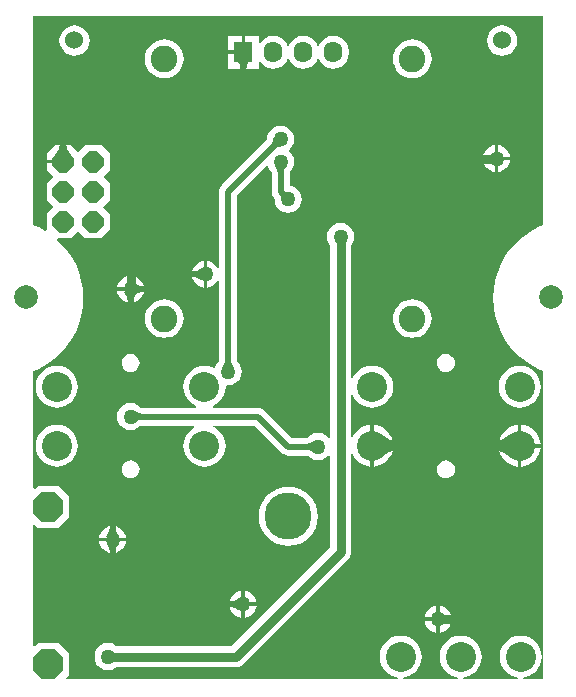
<source format=gbl>
%FSLAX23Y23*%
%MOIN*%
G70*
G01*
G75*
G04 Layer_Physical_Order=2*
G04 Layer_Color=16711680*
%ADD10C,0.030*%
%ADD11C,0.020*%
%ADD12C,0.012*%
%ADD13C,0.010*%
%ADD14R,0.024X0.047*%
%ADD15R,0.039X0.051*%
%ADD16R,0.110X0.115*%
%ADD17R,0.098X0.091*%
%ADD18R,0.060X0.074*%
%ADD19R,0.080X0.080*%
%ADD20R,0.074X0.060*%
%ADD21R,0.051X0.039*%
%ADD22O,0.053X0.022*%
%ADD23O,0.022X0.053*%
%ADD24R,0.022X0.053*%
%ADD25R,0.026X0.079*%
%ADD26R,0.106X0.033*%
%ADD27R,0.110X0.070*%
%ADD28R,0.050X0.050*%
%ADD29R,0.050X0.050*%
%ADD30R,0.100X0.060*%
%ADD31C,0.015*%
%ADD32C,0.008*%
%ADD33C,0.157*%
%ADD34C,0.100*%
%ADD35P,0.108X8X112.5*%
%ADD36C,0.060*%
%ADD37C,0.089*%
%ADD38P,0.076X8X202.5*%
%ADD39R,0.062X0.070*%
%ADD40O,0.062X0.070*%
%ADD41C,0.079*%
%ADD42C,0.050*%
G36*
X1726Y1539D02*
X1707Y1531D01*
X1682Y1517D01*
X1658Y1500D01*
X1636Y1480D01*
X1616Y1458D01*
X1599Y1434D01*
X1585Y1409D01*
X1574Y1382D01*
X1566Y1353D01*
X1561Y1325D01*
X1559Y1295D01*
X1561Y1266D01*
X1566Y1237D01*
X1574Y1209D01*
X1585Y1182D01*
X1599Y1156D01*
X1616Y1132D01*
X1636Y1110D01*
X1658Y1091D01*
X1682Y1074D01*
X1707Y1060D01*
X1726Y1052D01*
Y25D01*
X1659D01*
X1658Y30D01*
X1664Y31D01*
X1677Y35D01*
X1689Y42D01*
X1700Y50D01*
X1708Y61D01*
X1715Y73D01*
X1719Y86D01*
X1720Y100D01*
X1719Y114D01*
X1715Y127D01*
X1708Y139D01*
X1700Y150D01*
X1689Y158D01*
X1677Y165D01*
X1664Y169D01*
X1650Y170D01*
X1636Y169D01*
X1623Y165D01*
X1611Y158D01*
X1600Y150D01*
X1592Y139D01*
X1585Y127D01*
X1581Y114D01*
X1580Y100D01*
X1581Y86D01*
X1585Y73D01*
X1592Y61D01*
X1600Y50D01*
X1611Y42D01*
X1623Y35D01*
X1636Y31D01*
X1642Y30D01*
X1641Y25D01*
X1459D01*
X1458Y30D01*
X1464Y31D01*
X1477Y35D01*
X1489Y42D01*
X1500Y50D01*
X1508Y61D01*
X1515Y73D01*
X1519Y86D01*
X1520Y100D01*
X1519Y114D01*
X1515Y127D01*
X1508Y139D01*
X1500Y150D01*
X1489Y158D01*
X1477Y165D01*
X1464Y169D01*
X1450Y170D01*
X1436Y169D01*
X1423Y165D01*
X1411Y158D01*
X1400Y150D01*
X1392Y139D01*
X1385Y127D01*
X1381Y114D01*
X1380Y100D01*
X1381Y86D01*
X1385Y73D01*
X1392Y61D01*
X1400Y50D01*
X1411Y42D01*
X1423Y35D01*
X1436Y31D01*
X1442Y30D01*
X1441Y25D01*
X1259D01*
X1258Y30D01*
X1264Y31D01*
X1277Y35D01*
X1289Y42D01*
X1300Y50D01*
X1308Y61D01*
X1315Y73D01*
X1319Y86D01*
X1320Y100D01*
X1319Y114D01*
X1315Y127D01*
X1308Y139D01*
X1300Y150D01*
X1289Y158D01*
X1277Y165D01*
X1264Y169D01*
X1250Y170D01*
X1236Y169D01*
X1223Y165D01*
X1211Y158D01*
X1200Y150D01*
X1192Y139D01*
X1185Y127D01*
X1181Y114D01*
X1180Y100D01*
X1181Y86D01*
X1185Y73D01*
X1192Y61D01*
X1200Y50D01*
X1211Y42D01*
X1223Y35D01*
X1236Y31D01*
X1242Y30D01*
X1241Y25D01*
X137D01*
X135Y30D01*
X145Y40D01*
Y110D01*
X110Y145D01*
X40D01*
X30Y135D01*
X25Y137D01*
Y538D01*
X30Y540D01*
X40Y530D01*
X110D01*
X145Y565D01*
Y635D01*
X110Y670D01*
X40D01*
X30Y660D01*
X25Y662D01*
Y1052D01*
X45Y1060D01*
X70Y1074D01*
X94Y1091D01*
X116Y1110D01*
X136Y1132D01*
X153Y1156D01*
X167Y1182D01*
X178Y1209D01*
X186Y1237D01*
X191Y1266D01*
X193Y1295D01*
X191Y1325D01*
X186Y1353D01*
X178Y1382D01*
X167Y1409D01*
X153Y1434D01*
X136Y1458D01*
X116Y1480D01*
X105Y1490D01*
X107Y1495D01*
X153D01*
X175Y1518D01*
X198Y1495D01*
X252D01*
X280Y1523D01*
Y1577D01*
X257Y1600D01*
X280Y1622D01*
Y1678D01*
X257Y1700D01*
X280Y1722D01*
Y1778D01*
X252Y1805D01*
X198D01*
X175Y1783D01*
X153Y1805D01*
X131D01*
Y1750D01*
X125D01*
Y1744D01*
X70D01*
Y1722D01*
X93Y1700D01*
X70Y1678D01*
Y1622D01*
X93Y1600D01*
X70Y1577D01*
Y1523D01*
X70Y1523D01*
X70D01*
X66Y1519D01*
X45Y1531D01*
X25Y1539D01*
Y2234D01*
X1726D01*
Y1539D01*
D02*
G37*
%LPC*%
G36*
X104Y873D02*
X91Y872D01*
X77Y868D01*
X65Y862D01*
X55Y853D01*
X46Y842D01*
X39Y830D01*
X35Y817D01*
X34Y803D01*
X35Y789D01*
X39Y776D01*
X46Y764D01*
X55Y753D01*
X65Y745D01*
X77Y738D01*
X91Y734D01*
X104Y733D01*
X118Y734D01*
X131Y738D01*
X143Y745D01*
X154Y753D01*
X163Y764D01*
X169Y776D01*
X173Y789D01*
X175Y803D01*
X173Y817D01*
X169Y830D01*
X163Y842D01*
X154Y853D01*
X143Y862D01*
X131Y868D01*
X118Y872D01*
X104Y873D01*
D02*
G37*
G36*
X1641Y797D02*
X1577D01*
X1578Y789D01*
X1582Y776D01*
X1588Y764D01*
X1597Y753D01*
X1608Y745D01*
X1620Y738D01*
X1633Y734D01*
X1641Y733D01*
Y797D01*
D02*
G37*
G36*
X350Y755D02*
X343Y753D01*
X335Y750D01*
X329Y746D01*
X324Y739D01*
X321Y732D01*
X320Y724D01*
X321Y717D01*
X324Y709D01*
X329Y703D01*
X335Y698D01*
X343Y695D01*
X350Y694D01*
X358Y695D01*
X365Y698D01*
X372Y703D01*
X376Y709D01*
X379Y717D01*
X380Y724D01*
X379Y732D01*
X376Y739D01*
X372Y746D01*
X365Y750D01*
X358Y753D01*
X350Y755D01*
D02*
G37*
G36*
X296Y535D02*
Y496D01*
X335D01*
X334Y502D01*
X329Y513D01*
X322Y522D01*
X313Y529D01*
X302Y534D01*
X296Y535D01*
D02*
G37*
G36*
X1401Y755D02*
X1393Y753D01*
X1386Y750D01*
X1380Y746D01*
X1375Y739D01*
X1372Y732D01*
X1371Y724D01*
X1372Y717D01*
X1375Y709D01*
X1380Y703D01*
X1386Y698D01*
X1393Y695D01*
X1401Y694D01*
X1409Y695D01*
X1416Y698D01*
X1422Y703D01*
X1427Y709D01*
X1430Y717D01*
X1431Y724D01*
X1430Y732D01*
X1427Y739D01*
X1422Y746D01*
X1416Y750D01*
X1409Y753D01*
X1401Y755D01*
D02*
G37*
G36*
X1653Y873D02*
Y809D01*
X1717D01*
X1716Y817D01*
X1712Y830D01*
X1705Y842D01*
X1697Y853D01*
X1686Y862D01*
X1674Y868D01*
X1661Y872D01*
X1653Y873D01*
D02*
G37*
G36*
X1161Y873D02*
Y809D01*
X1224D01*
X1224Y817D01*
X1220Y830D01*
X1213Y842D01*
X1204Y853D01*
X1194Y862D01*
X1182Y868D01*
X1168Y872D01*
X1161Y873D01*
D02*
G37*
G36*
X104Y1070D02*
X91Y1069D01*
X77Y1065D01*
X65Y1058D01*
X55Y1050D01*
X46Y1039D01*
X39Y1027D01*
X35Y1014D01*
X34Y1000D01*
X35Y986D01*
X39Y973D01*
X46Y961D01*
X55Y950D01*
X65Y942D01*
X77Y935D01*
X91Y931D01*
X104Y930D01*
X118Y931D01*
X131Y935D01*
X143Y942D01*
X154Y950D01*
X163Y961D01*
X169Y973D01*
X173Y986D01*
X175Y1000D01*
X173Y1014D01*
X169Y1027D01*
X163Y1039D01*
X154Y1050D01*
X143Y1058D01*
X131Y1065D01*
X118Y1069D01*
X104Y1070D01*
D02*
G37*
G36*
X1717Y797D02*
X1653D01*
Y733D01*
X1661Y734D01*
X1674Y738D01*
X1686Y745D01*
X1697Y753D01*
X1705Y764D01*
X1712Y776D01*
X1716Y789D01*
X1717Y797D01*
D02*
G37*
G36*
X1224Y797D02*
X1161D01*
Y733D01*
X1168Y734D01*
X1182Y738D01*
X1194Y745D01*
X1204Y753D01*
X1213Y764D01*
X1220Y776D01*
X1224Y789D01*
X1224Y797D01*
D02*
G37*
G36*
X1641Y873D02*
X1633Y872D01*
X1620Y868D01*
X1608Y862D01*
X1597Y853D01*
X1588Y842D01*
X1582Y830D01*
X1578Y817D01*
X1577Y809D01*
X1641D01*
Y873D01*
D02*
G37*
G36*
X770Y269D02*
X731D01*
Y230D01*
X737Y231D01*
X748Y236D01*
X757Y243D01*
X764Y252D01*
X769Y263D01*
X770Y269D01*
D02*
G37*
G36*
X1369Y270D02*
X1363Y269D01*
X1352Y264D01*
X1343Y257D01*
X1336Y248D01*
X1331Y237D01*
X1330Y231D01*
X1369D01*
Y270D01*
D02*
G37*
G36*
X1381D02*
Y231D01*
X1420D01*
X1419Y237D01*
X1414Y248D01*
X1407Y257D01*
X1398Y264D01*
X1387Y269D01*
X1381Y270D01*
D02*
G37*
G36*
X1369Y219D02*
X1330D01*
X1331Y213D01*
X1336Y202D01*
X1343Y193D01*
X1352Y186D01*
X1363Y181D01*
X1369Y180D01*
Y219D01*
D02*
G37*
G36*
X1420D02*
X1381D01*
Y180D01*
X1387Y181D01*
X1398Y186D01*
X1407Y193D01*
X1414Y202D01*
X1419Y213D01*
X1420Y219D01*
D02*
G37*
G36*
X719Y269D02*
X680D01*
X681Y263D01*
X686Y252D01*
X693Y243D01*
X702Y236D01*
X713Y231D01*
X719Y230D01*
Y269D01*
D02*
G37*
G36*
X335Y484D02*
X296D01*
Y445D01*
X302Y446D01*
X313Y451D01*
X322Y458D01*
X329Y467D01*
X334Y478D01*
X335Y484D01*
D02*
G37*
G36*
X876Y667D02*
X857Y665D01*
X838Y659D01*
X821Y650D01*
X806Y638D01*
X794Y623D01*
X785Y606D01*
X779Y587D01*
X777Y568D01*
X779Y548D01*
X785Y530D01*
X794Y513D01*
X806Y498D01*
X821Y485D01*
X838Y476D01*
X857Y471D01*
X876Y469D01*
X895Y471D01*
X914Y476D01*
X931Y485D01*
X946Y498D01*
X958Y513D01*
X967Y530D01*
X973Y548D01*
X975Y568D01*
X973Y587D01*
X967Y606D01*
X958Y623D01*
X946Y638D01*
X931Y650D01*
X914Y659D01*
X895Y665D01*
X876Y667D01*
D02*
G37*
G36*
X284Y535D02*
X278Y534D01*
X267Y529D01*
X258Y522D01*
X251Y513D01*
X246Y502D01*
X245Y496D01*
X284D01*
Y535D01*
D02*
G37*
G36*
X719Y320D02*
X713Y319D01*
X702Y314D01*
X693Y307D01*
X686Y298D01*
X681Y287D01*
X680Y281D01*
X719D01*
Y320D01*
D02*
G37*
G36*
X731D02*
Y281D01*
X770D01*
X769Y287D01*
X764Y298D01*
X757Y307D01*
X748Y314D01*
X737Y319D01*
X731Y320D01*
D02*
G37*
G36*
X284Y484D02*
X245D01*
X246Y478D01*
X251Y467D01*
X258Y458D01*
X267Y451D01*
X278Y446D01*
X284Y445D01*
Y484D01*
D02*
G37*
G36*
X1647Y1070D02*
X1633Y1069D01*
X1620Y1065D01*
X1608Y1058D01*
X1597Y1050D01*
X1588Y1039D01*
X1582Y1027D01*
X1578Y1014D01*
X1577Y1000D01*
X1578Y986D01*
X1582Y973D01*
X1588Y961D01*
X1597Y950D01*
X1608Y942D01*
X1620Y935D01*
X1633Y931D01*
X1647Y930D01*
X1661Y931D01*
X1674Y935D01*
X1686Y942D01*
X1697Y950D01*
X1705Y961D01*
X1712Y973D01*
X1716Y986D01*
X1717Y1000D01*
X1716Y1014D01*
X1712Y1027D01*
X1705Y1039D01*
X1697Y1050D01*
X1686Y1058D01*
X1674Y1065D01*
X1661Y1069D01*
X1647Y1070D01*
D02*
G37*
G36*
X1576Y1805D02*
Y1766D01*
X1615D01*
X1614Y1772D01*
X1609Y1783D01*
X1602Y1792D01*
X1593Y1799D01*
X1582Y1804D01*
X1576Y1805D01*
D02*
G37*
G36*
X463Y2158D02*
X450Y2156D01*
X438Y2153D01*
X427Y2147D01*
X417Y2139D01*
X409Y2129D01*
X403Y2118D01*
X399Y2106D01*
X398Y2093D01*
X399Y2080D01*
X403Y2068D01*
X409Y2057D01*
X417Y2047D01*
X427Y2039D01*
X438Y2033D01*
X450Y2030D01*
X463Y2028D01*
X475Y2030D01*
X487Y2033D01*
X498Y2039D01*
X508Y2047D01*
X516Y2057D01*
X522Y2068D01*
X526Y2080D01*
X527Y2093D01*
X526Y2106D01*
X522Y2118D01*
X516Y2129D01*
X508Y2139D01*
X498Y2147D01*
X487Y2153D01*
X475Y2156D01*
X463Y2158D01*
D02*
G37*
G36*
X1564Y1805D02*
X1558Y1804D01*
X1547Y1799D01*
X1538Y1792D01*
X1531Y1783D01*
X1526Y1772D01*
X1525Y1766D01*
X1564D01*
Y1805D01*
D02*
G37*
G36*
X1615Y1754D02*
X1576D01*
Y1715D01*
X1582Y1716D01*
X1593Y1721D01*
X1602Y1728D01*
X1609Y1737D01*
X1614Y1748D01*
X1615Y1754D01*
D02*
G37*
G36*
X119Y1805D02*
X97D01*
X70Y1778D01*
Y1756D01*
X119D01*
Y1805D01*
D02*
G37*
G36*
X1289Y2158D02*
X1277Y2156D01*
X1265Y2153D01*
X1253Y2147D01*
X1244Y2139D01*
X1236Y2129D01*
X1230Y2118D01*
X1226Y2106D01*
X1225Y2093D01*
X1226Y2080D01*
X1230Y2068D01*
X1236Y2057D01*
X1244Y2047D01*
X1253Y2039D01*
X1265Y2033D01*
X1277Y2030D01*
X1289Y2028D01*
X1302Y2030D01*
X1314Y2033D01*
X1325Y2039D01*
X1335Y2047D01*
X1343Y2057D01*
X1349Y2068D01*
X1353Y2080D01*
X1354Y2093D01*
X1353Y2106D01*
X1349Y2118D01*
X1343Y2129D01*
X1335Y2139D01*
X1325Y2147D01*
X1314Y2153D01*
X1302Y2156D01*
X1289Y2158D01*
D02*
G37*
G36*
X720Y2170D02*
X675D01*
Y2121D01*
X720D01*
Y2170D01*
D02*
G37*
G36*
X1026Y2170D02*
X1013Y2168D01*
X1000Y2163D01*
X990Y2155D01*
X981Y2144D01*
X978Y2137D01*
X973D01*
X971Y2144D01*
X962Y2155D01*
X952Y2163D01*
X939Y2168D01*
X926Y2170D01*
X913Y2168D01*
X900Y2163D01*
X890Y2155D01*
X881Y2144D01*
X878Y2137D01*
X873D01*
X871Y2144D01*
X862Y2155D01*
X852Y2163D01*
X839Y2168D01*
X826Y2170D01*
X813Y2168D01*
X800Y2163D01*
X790Y2155D01*
X782Y2145D01*
X777Y2146D01*
Y2170D01*
X732D01*
Y2115D01*
Y2060D01*
X777D01*
Y2083D01*
X782Y2085D01*
X790Y2074D01*
X800Y2066D01*
X813Y2061D01*
X826Y2059D01*
X839Y2061D01*
X852Y2066D01*
X862Y2074D01*
X871Y2085D01*
X873Y2092D01*
X878D01*
X881Y2085D01*
X890Y2074D01*
X900Y2066D01*
X913Y2061D01*
X926Y2059D01*
X939Y2061D01*
X952Y2066D01*
X962Y2074D01*
X971Y2085D01*
X973Y2092D01*
X978D01*
X981Y2085D01*
X990Y2074D01*
X1000Y2066D01*
X1013Y2061D01*
X1026Y2059D01*
X1039Y2061D01*
X1052Y2066D01*
X1062Y2074D01*
X1071Y2085D01*
X1076Y2097D01*
X1077Y2111D01*
Y2119D01*
X1076Y2132D01*
X1071Y2144D01*
X1062Y2155D01*
X1052Y2163D01*
X1039Y2168D01*
X1026Y2170D01*
D02*
G37*
G36*
X1589Y2204D02*
X1576Y2202D01*
X1563Y2197D01*
X1553Y2189D01*
X1545Y2179D01*
X1540Y2167D01*
X1538Y2154D01*
X1540Y2140D01*
X1545Y2128D01*
X1553Y2118D01*
X1563Y2110D01*
X1576Y2105D01*
X1589Y2103D01*
X1602Y2105D01*
X1614Y2110D01*
X1624Y2118D01*
X1632Y2128D01*
X1637Y2140D01*
X1639Y2154D01*
X1637Y2167D01*
X1632Y2179D01*
X1624Y2189D01*
X1614Y2197D01*
X1602Y2202D01*
X1589Y2204D01*
D02*
G37*
G36*
X720Y2109D02*
X675D01*
Y2060D01*
X720D01*
Y2109D01*
D02*
G37*
G36*
X163Y2204D02*
X150Y2202D01*
X138Y2197D01*
X128Y2189D01*
X120Y2179D01*
X115Y2167D01*
X113Y2154D01*
X115Y2140D01*
X120Y2128D01*
X128Y2118D01*
X138Y2110D01*
X150Y2105D01*
X163Y2103D01*
X176Y2105D01*
X189Y2110D01*
X199Y2118D01*
X207Y2128D01*
X212Y2140D01*
X214Y2154D01*
X212Y2167D01*
X207Y2179D01*
X199Y2189D01*
X189Y2197D01*
X176Y2202D01*
X163Y2204D01*
D02*
G37*
G36*
X1564Y1754D02*
X1525D01*
X1526Y1748D01*
X1531Y1737D01*
X1538Y1728D01*
X1547Y1721D01*
X1558Y1716D01*
X1564Y1715D01*
Y1754D01*
D02*
G37*
G36*
X1289Y1292D02*
X1277Y1290D01*
X1265Y1287D01*
X1253Y1281D01*
X1244Y1273D01*
X1236Y1263D01*
X1230Y1252D01*
X1226Y1240D01*
X1225Y1227D01*
X1226Y1214D01*
X1230Y1202D01*
X1236Y1191D01*
X1244Y1181D01*
X1253Y1173D01*
X1265Y1167D01*
X1277Y1164D01*
X1289Y1162D01*
X1302Y1164D01*
X1314Y1167D01*
X1325Y1173D01*
X1335Y1181D01*
X1343Y1191D01*
X1349Y1202D01*
X1353Y1214D01*
X1354Y1227D01*
X1353Y1240D01*
X1349Y1252D01*
X1343Y1263D01*
X1335Y1273D01*
X1325Y1281D01*
X1314Y1287D01*
X1302Y1290D01*
X1289Y1292D01*
D02*
G37*
G36*
X344Y1319D02*
X305D01*
X306Y1313D01*
X311Y1302D01*
X318Y1293D01*
X327Y1286D01*
X338Y1281D01*
X344Y1280D01*
Y1319D01*
D02*
G37*
G36*
X463Y1292D02*
X450Y1290D01*
X438Y1287D01*
X427Y1281D01*
X417Y1273D01*
X409Y1263D01*
X403Y1252D01*
X399Y1240D01*
X398Y1227D01*
X399Y1214D01*
X403Y1202D01*
X409Y1191D01*
X417Y1181D01*
X427Y1173D01*
X438Y1167D01*
X450Y1164D01*
X463Y1162D01*
X475Y1164D01*
X487Y1167D01*
X498Y1173D01*
X508Y1181D01*
X516Y1191D01*
X522Y1202D01*
X526Y1214D01*
X527Y1227D01*
X526Y1240D01*
X522Y1252D01*
X516Y1263D01*
X508Y1273D01*
X498Y1281D01*
X487Y1287D01*
X475Y1290D01*
X463Y1292D01*
D02*
G37*
G36*
X1401Y1109D02*
X1393Y1108D01*
X1386Y1105D01*
X1380Y1100D01*
X1375Y1094D01*
X1372Y1087D01*
X1371Y1079D01*
X1372Y1071D01*
X1375Y1064D01*
X1380Y1057D01*
X1386Y1053D01*
X1393Y1050D01*
X1401Y1049D01*
X1409Y1050D01*
X1416Y1053D01*
X1422Y1057D01*
X1427Y1064D01*
X1430Y1071D01*
X1431Y1079D01*
X1430Y1087D01*
X1427Y1094D01*
X1422Y1100D01*
X1416Y1105D01*
X1409Y1108D01*
X1401Y1109D01*
D02*
G37*
G36*
X350Y1109D02*
X343Y1108D01*
X335Y1105D01*
X329Y1100D01*
X324Y1094D01*
X321Y1087D01*
X320Y1079D01*
X321Y1071D01*
X324Y1064D01*
X329Y1057D01*
X335Y1053D01*
X343Y1050D01*
X350Y1049D01*
X358Y1050D01*
X365Y1053D01*
X372Y1057D01*
X376Y1064D01*
X379Y1071D01*
X380Y1079D01*
X379Y1087D01*
X376Y1094D01*
X372Y1100D01*
X365Y1105D01*
X358Y1108D01*
X350Y1109D01*
D02*
G37*
G36*
X395Y1319D02*
X356D01*
Y1280D01*
X362Y1281D01*
X373Y1286D01*
X382Y1293D01*
X389Y1302D01*
X394Y1313D01*
X395Y1319D01*
D02*
G37*
G36*
X594Y1420D02*
X588Y1419D01*
X577Y1414D01*
X568Y1407D01*
X561Y1398D01*
X556Y1387D01*
X555Y1381D01*
X594D01*
Y1420D01*
D02*
G37*
G36*
X850Y1870D02*
X838Y1869D01*
X827Y1864D01*
X818Y1857D01*
X811Y1848D01*
X806Y1837D01*
X805Y1825D01*
X805Y1824D01*
X803Y1821D01*
X803Y1821D01*
X803Y1821D01*
X654Y1671D01*
X649Y1665D01*
X648Y1663D01*
X646Y1658D01*
X645Y1650D01*
Y1397D01*
X640Y1396D01*
X639Y1398D01*
X632Y1407D01*
X623Y1414D01*
X612Y1419D01*
X606Y1420D01*
Y1375D01*
Y1330D01*
X612Y1331D01*
X623Y1336D01*
X632Y1343D01*
X639Y1352D01*
X640Y1354D01*
X645Y1353D01*
Y1086D01*
X645D01*
X645Y1086D01*
X643Y1082D01*
X643Y1082D01*
X636Y1073D01*
X632Y1064D01*
X628Y1063D01*
X623Y1065D01*
X610Y1069D01*
X596Y1070D01*
X583Y1069D01*
X570Y1065D01*
X557Y1058D01*
X547Y1050D01*
X538Y1039D01*
X531Y1027D01*
X527Y1014D01*
X526Y1000D01*
X527Y986D01*
X531Y973D01*
X538Y961D01*
X547Y950D01*
X557Y942D01*
X569Y935D01*
X568Y931D01*
X568Y930D01*
X386D01*
Y930D01*
X386Y930D01*
X382Y932D01*
X382Y932D01*
X373Y939D01*
X362Y944D01*
X350Y945D01*
X338Y944D01*
X327Y939D01*
X318Y932D01*
X311Y923D01*
X306Y912D01*
X305Y900D01*
X306Y888D01*
X311Y877D01*
X318Y868D01*
X327Y861D01*
X338Y856D01*
X350Y855D01*
X362Y856D01*
X373Y861D01*
X382Y868D01*
X382Y868D01*
X386Y870D01*
X386Y870D01*
Y870D01*
X562D01*
X563Y865D01*
X557Y862D01*
X547Y853D01*
X538Y842D01*
X531Y830D01*
X527Y817D01*
X526Y803D01*
X527Y789D01*
X531Y776D01*
X538Y764D01*
X547Y753D01*
X557Y745D01*
X570Y738D01*
X583Y734D01*
X596Y733D01*
X610Y734D01*
X623Y738D01*
X636Y745D01*
X646Y753D01*
X655Y764D01*
X661Y776D01*
X665Y789D01*
X667Y803D01*
X665Y817D01*
X661Y830D01*
X655Y842D01*
X646Y853D01*
X636Y862D01*
X623Y868D01*
X624Y870D01*
X762D01*
X854Y779D01*
X854Y779D01*
X856Y777D01*
X860Y774D01*
X867Y771D01*
X875Y770D01*
X875Y770D01*
X939D01*
Y770D01*
X939Y770D01*
X943Y768D01*
X943Y768D01*
X952Y761D01*
X963Y756D01*
X975Y755D01*
X987Y756D01*
X998Y761D01*
X1007Y768D01*
X1010Y772D01*
X1015Y770D01*
Y465D01*
X685Y135D01*
X303D01*
X298Y139D01*
X287Y144D01*
X275Y145D01*
X263Y144D01*
X252Y139D01*
X243Y132D01*
X236Y123D01*
X231Y112D01*
X230Y100D01*
X231Y88D01*
X236Y77D01*
X243Y68D01*
X252Y61D01*
X263Y56D01*
X275Y55D01*
X287Y56D01*
X298Y61D01*
X303Y65D01*
X700D01*
X709Y66D01*
X718Y69D01*
X725Y75D01*
Y75D01*
X725D01*
D01*
D01*
D01*
D01*
D01*
D01*
X725D01*
D01*
X725D01*
Y75D01*
D01*
D01*
D01*
D01*
Y75D01*
D01*
D01*
D01*
D01*
D01*
D01*
Y75D01*
D01*
D01*
X725D01*
D01*
D01*
D01*
X1075Y425D01*
X1081Y432D01*
X1084Y441D01*
X1085Y450D01*
D01*
D01*
D01*
D01*
D01*
X1085D01*
D01*
D01*
D01*
D01*
Y450D01*
X1085D01*
D01*
Y450D01*
D01*
D01*
D01*
D01*
D01*
D01*
D01*
D01*
D01*
D01*
D01*
D01*
Y450D01*
D01*
X1085D01*
D01*
D01*
D01*
D01*
X1085Y450D01*
Y774D01*
X1090Y775D01*
X1096Y764D01*
X1105Y753D01*
X1116Y745D01*
X1128Y738D01*
X1141Y734D01*
X1149Y733D01*
Y803D01*
Y873D01*
X1141Y872D01*
X1128Y868D01*
X1116Y862D01*
X1105Y853D01*
X1096Y842D01*
X1090Y831D01*
X1085Y832D01*
Y971D01*
X1090Y972D01*
X1096Y961D01*
X1105Y950D01*
X1116Y942D01*
X1128Y935D01*
X1141Y931D01*
X1155Y930D01*
X1168Y931D01*
X1182Y935D01*
X1194Y942D01*
X1204Y950D01*
X1213Y961D01*
X1220Y973D01*
X1224Y986D01*
X1225Y1000D01*
X1224Y1014D01*
X1220Y1027D01*
X1213Y1039D01*
X1204Y1050D01*
X1194Y1058D01*
X1182Y1065D01*
X1168Y1069D01*
X1155Y1070D01*
X1141Y1069D01*
X1128Y1065D01*
X1116Y1058D01*
X1105Y1050D01*
X1096Y1039D01*
X1090Y1028D01*
X1085Y1029D01*
Y1472D01*
X1089Y1477D01*
X1094Y1488D01*
X1095Y1500D01*
X1094Y1512D01*
X1089Y1523D01*
X1082Y1532D01*
X1073Y1539D01*
X1062Y1544D01*
X1050Y1545D01*
X1038Y1544D01*
X1027Y1539D01*
X1018Y1532D01*
X1011Y1523D01*
X1006Y1512D01*
X1005Y1500D01*
X1006Y1488D01*
X1011Y1477D01*
X1015Y1472D01*
Y830D01*
X1010Y828D01*
X1007Y832D01*
X998Y839D01*
X987Y844D01*
X975Y845D01*
X963Y844D01*
X952Y839D01*
X943Y832D01*
X943Y832D01*
X939Y830D01*
X939Y830D01*
Y830D01*
X888D01*
X796Y921D01*
X790Y926D01*
X788Y927D01*
X783Y929D01*
X775Y930D01*
X625D01*
X625Y931D01*
X624Y935D01*
X636Y942D01*
X646Y950D01*
X655Y961D01*
X661Y973D01*
X665Y986D01*
X667Y1000D01*
X667Y1002D01*
X670Y1005D01*
X675Y1005D01*
X687Y1006D01*
X698Y1011D01*
X707Y1018D01*
X714Y1027D01*
X719Y1038D01*
X720Y1050D01*
X719Y1062D01*
X714Y1073D01*
X707Y1082D01*
X707Y1082D01*
X705Y1086D01*
X705Y1086D01*
X705D01*
Y1637D01*
X803Y1735D01*
X808Y1734D01*
X811Y1727D01*
X818Y1718D01*
X818Y1718D01*
X820Y1714D01*
X820Y1714D01*
X820D01*
Y1650D01*
X821Y1642D01*
X823Y1637D01*
X824Y1635D01*
X829Y1629D01*
X830Y1627D01*
X830Y1625D01*
X831Y1613D01*
X836Y1602D01*
X843Y1593D01*
X852Y1586D01*
X863Y1581D01*
X875Y1580D01*
X887Y1581D01*
X898Y1586D01*
X907Y1593D01*
X914Y1602D01*
X919Y1613D01*
X920Y1625D01*
X919Y1637D01*
X914Y1648D01*
X907Y1657D01*
X898Y1664D01*
X887Y1669D01*
X880Y1670D01*
Y1714D01*
X880D01*
X880Y1714D01*
X882Y1718D01*
X882Y1718D01*
X889Y1727D01*
X894Y1738D01*
X895Y1750D01*
X894Y1762D01*
X889Y1773D01*
X882Y1782D01*
X878Y1785D01*
Y1790D01*
X882Y1793D01*
X889Y1802D01*
X894Y1813D01*
X895Y1825D01*
X894Y1837D01*
X889Y1848D01*
X882Y1857D01*
X873Y1864D01*
X862Y1869D01*
X850Y1870D01*
D02*
G37*
G36*
X356Y1370D02*
Y1331D01*
X395D01*
X394Y1337D01*
X389Y1348D01*
X382Y1357D01*
X373Y1364D01*
X362Y1369D01*
X356Y1370D01*
D02*
G37*
G36*
X594Y1369D02*
X555D01*
X556Y1363D01*
X561Y1352D01*
X568Y1343D01*
X577Y1336D01*
X588Y1331D01*
X594Y1330D01*
Y1369D01*
D02*
G37*
G36*
X344Y1370D02*
X338Y1369D01*
X327Y1364D01*
X318Y1357D01*
X311Y1348D01*
X306Y1337D01*
X305Y1331D01*
X344D01*
Y1370D01*
D02*
G37*
%LPD*%
D10*
X1622Y778D02*
G03*
X1562Y803I-60J-60D01*
G01*
X1562D02*
G03*
X1622Y828I0J84D01*
G01*
X1179Y828D02*
G03*
X1239Y803I60J60D01*
G01*
D02*
G03*
X1179Y778I0J-84D01*
G01*
X1500Y803D02*
X1647D01*
X1155D02*
X1500D01*
Y1760D01*
Y275D02*
Y803D01*
X1647D02*
X1647Y803D01*
X1375Y225D02*
X1450D01*
X1500Y275D01*
Y1760D02*
X1570D01*
X1115D02*
X1500D01*
X726Y1900D02*
X975D01*
X400D02*
X726D01*
X350Y1325D02*
Y1850D01*
X975Y1900D02*
X1115Y1760D01*
X350Y1850D02*
X400Y1900D01*
X275Y100D02*
X700D01*
X1050Y450D02*
Y1500D01*
X700Y100D02*
X1050Y450D01*
D11*
X279Y501D02*
G03*
X290Y526I-26J26D01*
G01*
D02*
G03*
X301Y501I36J0D01*
G01*
Y479D02*
G03*
X290Y454I26J-26D01*
G01*
D02*
G03*
X279Y479I-36J0D01*
G01*
X361Y1314D02*
G03*
X350Y1289I26J-26D01*
G01*
D02*
G03*
X339Y1314I-36J0D01*
G01*
X361Y1336D02*
G03*
X386Y1325I26J26D01*
G01*
D02*
G03*
X361Y1314I0J-36D01*
G01*
X850Y1810D02*
G03*
X824Y1799I0J-36D01*
G01*
D02*
G03*
X835Y1825I-26J26D01*
G01*
X589Y1364D02*
G03*
X564Y1375I-26J-26D01*
G01*
D02*
G03*
X589Y1386I0J36D01*
G01*
X714Y264D02*
G03*
X689Y275I-26J-26D01*
G01*
D02*
G03*
X714Y286I0J36D01*
G01*
X964Y789D02*
G03*
X939Y800I-26J-26D01*
G01*
D02*
G03*
X964Y811I0J36D01*
G01*
X664Y1061D02*
G03*
X675Y1086I-26J26D01*
G01*
D02*
G03*
X686Y1061I36J0D01*
G01*
X361Y911D02*
G03*
X386Y900I26J26D01*
G01*
D02*
G03*
X361Y889I0J-36D01*
G01*
X861Y1739D02*
G03*
X850Y1714I26J-26D01*
G01*
D02*
G03*
X839Y1739I-36J0D01*
G01*
X741Y2096D02*
G03*
X726Y2060I36J-36D01*
G01*
D02*
G03*
X711Y2096I-51J0D01*
G01*
X107Y1768D02*
G03*
X125Y1810I-43J43D01*
G01*
D02*
G03*
X143Y1768I60J0D01*
G01*
X290Y490D02*
Y610D01*
Y410D02*
Y490D01*
X350Y1250D02*
Y1325D01*
X250Y1150D02*
X350Y1250D01*
X250Y650D02*
Y1150D01*
Y650D02*
X290Y610D01*
Y410D02*
X425Y275D01*
X725D01*
X150Y1850D02*
X350D01*
X125Y1825D02*
X150Y1850D01*
X125Y1750D02*
Y1825D01*
X726Y1900D02*
Y2115D01*
X350Y1325D02*
X450D01*
X500Y1375D01*
X600D01*
X850Y1650D02*
X875Y1625D01*
X850Y1650D02*
Y1750D01*
X675Y1650D02*
X850Y1825D01*
X875Y800D02*
X975D01*
X675Y1050D02*
Y1650D01*
X775Y900D02*
X875Y800D01*
X350Y900D02*
X775D01*
D33*
X876Y568D02*
D03*
D34*
X1250Y100D02*
D03*
X1450D02*
D03*
X1650D02*
D03*
X1647Y1000D02*
D03*
X104D02*
D03*
X1155Y803D02*
D03*
X104Y803D02*
D03*
X596D02*
D03*
Y1000D02*
D03*
X1155Y1000D02*
D03*
X1647Y803D02*
D03*
D35*
X75Y600D02*
D03*
Y75D02*
D03*
D36*
X1589Y2154D02*
D03*
X163D02*
D03*
D37*
X463Y2093D02*
D03*
X1289D02*
D03*
Y1227D02*
D03*
X463D02*
D03*
D38*
X225Y1550D02*
D03*
X125D02*
D03*
X225Y1650D02*
D03*
X125D02*
D03*
Y1750D02*
D03*
X225D02*
D03*
D39*
X726Y2115D02*
D03*
D40*
X826D02*
D03*
X926D02*
D03*
X1026D02*
D03*
D41*
X1750Y1300D02*
D03*
X0D02*
D03*
D42*
X1570Y1760D02*
D03*
X875Y1625D02*
D03*
X850Y1750D02*
D03*
X275Y100D02*
D03*
X350Y900D02*
D03*
X1050Y1500D02*
D03*
X675Y1050D02*
D03*
X975Y800D02*
D03*
X1375Y225D02*
D03*
X725Y275D02*
D03*
X600Y1375D02*
D03*
X850Y1825D02*
D03*
X350Y1325D02*
D03*
X290Y490D02*
D03*
M02*

</source>
